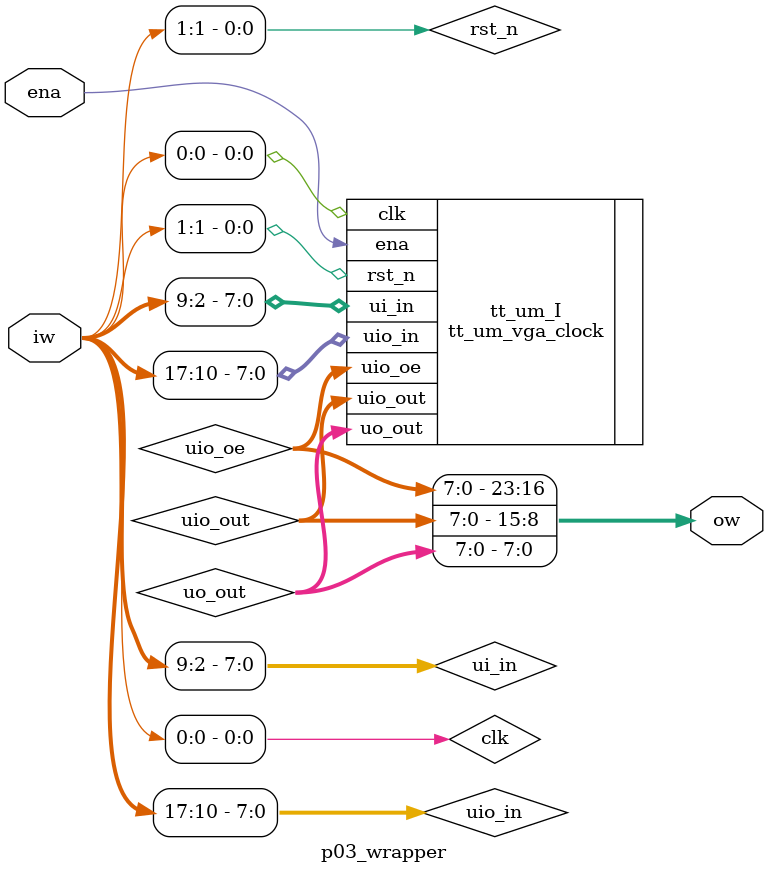
<source format=v>
`default_nettype none

module p03_wrapper (
  input wire ena,
  input wire [17:0] iw,
  output wire [23:0] ow
);

wire [7:0] uio_in;
wire [7:0] uio_out;
wire [7:0] uio_oe;
wire [7:0] uo_out;
wire [7:0] ui_in;
wire clk;
wire rst_n;

assign { uio_in, ui_in, rst_n, clk} = iw;
assign ow = { uio_oe, uio_out, uo_out };

tt_um_vga_clock tt_um_I (
  .uio_in  (uio_in),
  .uio_out (uio_out),
  .uio_oe  (uio_oe),
  .uo_out  (uo_out),
  .ui_in   (ui_in),
  .ena     (ena),
  .clk     (clk),
  .rst_n   (rst_n)
);

endmodule

</source>
